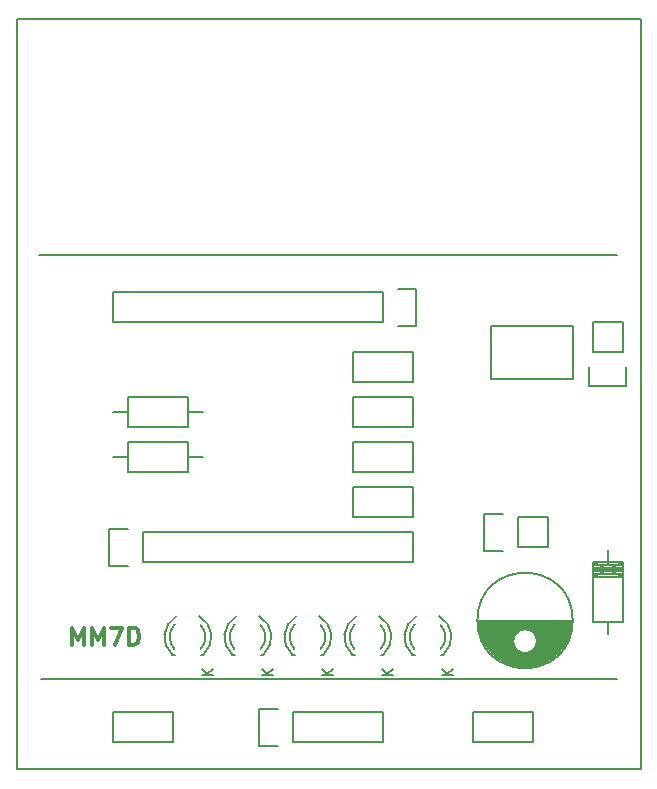
<source format=gbr>
G04 #@! TF.GenerationSoftware,KiCad,Pcbnew,5.1.5+dfsg1-2build2*
G04 #@! TF.CreationDate,2024-03-17T19:22:37+01:00*
G04 #@! TF.ProjectId,mm7d,6d6d3764-2e6b-4696-9361-645f70636258,231006*
G04 #@! TF.SameCoordinates,Original*
G04 #@! TF.FileFunction,Legend,Top*
G04 #@! TF.FilePolarity,Positive*
%FSLAX46Y46*%
G04 Gerber Fmt 4.6, Leading zero omitted, Abs format (unit mm)*
G04 Created by KiCad (PCBNEW 5.1.5+dfsg1-2build2) date 2024-03-17 19:22:37*
%MOMM*%
%LPD*%
G04 APERTURE LIST*
%ADD10C,0.300000*%
%ADD11C,0.150000*%
%ADD12C,0.200000*%
G04 APERTURE END LIST*
D10*
X128623571Y-120058571D02*
X128623571Y-118558571D01*
X129123571Y-119630000D01*
X129623571Y-118558571D01*
X129623571Y-120058571D01*
X130337857Y-120058571D02*
X130337857Y-118558571D01*
X130837857Y-119630000D01*
X131337857Y-118558571D01*
X131337857Y-120058571D01*
X131909285Y-118558571D02*
X132909285Y-118558571D01*
X132266428Y-120058571D01*
X133480714Y-120058571D02*
X133480714Y-118558571D01*
X133837857Y-118558571D01*
X134052142Y-118630000D01*
X134195000Y-118772857D01*
X134266428Y-118915714D01*
X134337857Y-119201428D01*
X134337857Y-119415714D01*
X134266428Y-119701428D01*
X134195000Y-119844285D01*
X134052142Y-119987142D01*
X133837857Y-120058571D01*
X133480714Y-120058571D01*
D11*
X123952000Y-67056000D02*
X123952000Y-130556000D01*
X176784000Y-67056000D02*
X123952000Y-67056000D01*
X176784000Y-130556000D02*
X176784000Y-67056000D01*
X123952000Y-130556000D02*
X176784000Y-130556000D01*
D12*
X125984000Y-122936000D02*
X174752000Y-122936000D01*
X174752000Y-86995000D02*
X125857000Y-86995000D01*
D11*
X157480000Y-97790000D02*
X152400000Y-97790000D01*
X152400000Y-97790000D02*
X152400000Y-95250000D01*
X152400000Y-95250000D02*
X157480000Y-95250000D01*
X157480000Y-95250000D02*
X157480000Y-97790000D01*
X152400000Y-99060000D02*
X157480000Y-99060000D01*
X157480000Y-99060000D02*
X157480000Y-101600000D01*
X157480000Y-101600000D02*
X152400000Y-101600000D01*
X152400000Y-101600000D02*
X152400000Y-99060000D01*
X152400000Y-106680000D02*
X157480000Y-106680000D01*
X157480000Y-106680000D02*
X157480000Y-109220000D01*
X157480000Y-109220000D02*
X152400000Y-109220000D01*
X152400000Y-109220000D02*
X152400000Y-106680000D01*
X152400000Y-102870000D02*
X157480000Y-102870000D01*
X157480000Y-102870000D02*
X157480000Y-105410000D01*
X157480000Y-105410000D02*
X152400000Y-105410000D01*
X152400000Y-105410000D02*
X152400000Y-102870000D01*
X132080000Y-125730000D02*
X137160000Y-125730000D01*
X137160000Y-125730000D02*
X137160000Y-128270000D01*
X137160000Y-128270000D02*
X132080000Y-128270000D01*
X132080000Y-128270000D02*
X132080000Y-125730000D01*
X133350000Y-99060000D02*
X138430000Y-99060000D01*
X138430000Y-99060000D02*
X138430000Y-101600000D01*
X138430000Y-101600000D02*
X133350000Y-101600000D01*
X133350000Y-101600000D02*
X133350000Y-99060000D01*
X133350000Y-100330000D02*
X132080000Y-100330000D01*
X138430000Y-100330000D02*
X139700000Y-100330000D01*
X133350000Y-102870000D02*
X138430000Y-102870000D01*
X138430000Y-102870000D02*
X138430000Y-105410000D01*
X138430000Y-105410000D02*
X133350000Y-105410000D01*
X133350000Y-105410000D02*
X133350000Y-102870000D01*
X133350000Y-104140000D02*
X132080000Y-104140000D01*
X138430000Y-104140000D02*
X139700000Y-104140000D01*
X139744000Y-120849000D02*
X139544000Y-120849000D01*
X137150000Y-120849000D02*
X137330000Y-120849000D01*
X137460357Y-117621256D02*
G75*
G03X137144000Y-120849000I1003643J-1727744D01*
G01*
X137330932Y-118296994D02*
G75*
G03X137330000Y-120400000I1133068J-1052006D01*
G01*
X139770726Y-120836220D02*
G75*
G03X139424000Y-117599000I-1306726J1497220D01*
G01*
X139543253Y-120362889D02*
G75*
G03X139524000Y-118315000I-1079253J1013889D01*
G01*
X144824000Y-120849000D02*
X144624000Y-120849000D01*
X142230000Y-120849000D02*
X142410000Y-120849000D01*
X142540357Y-117621256D02*
G75*
G03X142224000Y-120849000I1003643J-1727744D01*
G01*
X142410932Y-118296994D02*
G75*
G03X142410000Y-120400000I1133068J-1052006D01*
G01*
X144850726Y-120836220D02*
G75*
G03X144504000Y-117599000I-1306726J1497220D01*
G01*
X144623253Y-120362889D02*
G75*
G03X144604000Y-118315000I-1079253J1013889D01*
G01*
X149904000Y-120849000D02*
X149704000Y-120849000D01*
X147310000Y-120849000D02*
X147490000Y-120849000D01*
X147620357Y-117621256D02*
G75*
G03X147304000Y-120849000I1003643J-1727744D01*
G01*
X147490932Y-118296994D02*
G75*
G03X147490000Y-120400000I1133068J-1052006D01*
G01*
X149930726Y-120836220D02*
G75*
G03X149584000Y-117599000I-1306726J1497220D01*
G01*
X149703253Y-120362889D02*
G75*
G03X149684000Y-118315000I-1079253J1013889D01*
G01*
X154984000Y-120849000D02*
X154784000Y-120849000D01*
X152390000Y-120849000D02*
X152570000Y-120849000D01*
X152700357Y-117621256D02*
G75*
G03X152384000Y-120849000I1003643J-1727744D01*
G01*
X152570932Y-118296994D02*
G75*
G03X152570000Y-120400000I1133068J-1052006D01*
G01*
X155010726Y-120836220D02*
G75*
G03X154664000Y-117599000I-1306726J1497220D01*
G01*
X154783253Y-120362889D02*
G75*
G03X154764000Y-118315000I-1079253J1013889D01*
G01*
X160064000Y-120849000D02*
X159864000Y-120849000D01*
X157470000Y-120849000D02*
X157650000Y-120849000D01*
X157780357Y-117621256D02*
G75*
G03X157464000Y-120849000I1003643J-1727744D01*
G01*
X157650932Y-118296994D02*
G75*
G03X157650000Y-120400000I1133068J-1052006D01*
G01*
X160090726Y-120836220D02*
G75*
G03X159744000Y-117599000I-1306726J1497220D01*
G01*
X159863253Y-120362889D02*
G75*
G03X159844000Y-118315000I-1079253J1013889D01*
G01*
X147320000Y-125730000D02*
X154940000Y-125730000D01*
X147320000Y-128270000D02*
X154940000Y-128270000D01*
X144500000Y-128550000D02*
X146050000Y-128550000D01*
X154940000Y-125730000D02*
X154940000Y-128270000D01*
X147320000Y-128270000D02*
X147320000Y-125730000D01*
X146050000Y-125450000D02*
X144500000Y-125450000D01*
X144500000Y-125450000D02*
X144500000Y-128550000D01*
X134620000Y-113030000D02*
X157480000Y-113030000D01*
X157480000Y-113030000D02*
X157480000Y-110490000D01*
X157480000Y-110490000D02*
X134620000Y-110490000D01*
X131800000Y-113310000D02*
X133350000Y-113310000D01*
X134620000Y-113030000D02*
X134620000Y-110490000D01*
X133350000Y-110210000D02*
X131800000Y-110210000D01*
X131800000Y-110210000D02*
X131800000Y-113310000D01*
X154940000Y-90170000D02*
X132080000Y-90170000D01*
X132080000Y-90170000D02*
X132080000Y-92710000D01*
X132080000Y-92710000D02*
X154940000Y-92710000D01*
X157760000Y-89890000D02*
X156210000Y-89890000D01*
X154940000Y-90170000D02*
X154940000Y-92710000D01*
X156210000Y-92990000D02*
X157760000Y-92990000D01*
X157760000Y-92990000D02*
X157760000Y-89890000D01*
X164100000Y-93000000D02*
X171100000Y-93000000D01*
X171100000Y-93000000D02*
X171100000Y-97500000D01*
X171100000Y-97500000D02*
X164100000Y-97500000D01*
X164100000Y-97500000D02*
X164100000Y-93000000D01*
X163550000Y-112040000D02*
X165100000Y-112040000D01*
X168910000Y-111760000D02*
X166370000Y-111760000D01*
X166370000Y-111760000D02*
X166370000Y-109220000D01*
X165100000Y-108940000D02*
X163550000Y-108940000D01*
X163550000Y-108940000D02*
X163550000Y-112040000D01*
X166370000Y-109220000D02*
X168910000Y-109220000D01*
X168910000Y-109220000D02*
X168910000Y-111760000D01*
X175540000Y-98070000D02*
X175540000Y-96520000D01*
X175260000Y-92710000D02*
X175260000Y-95250000D01*
X175260000Y-95250000D02*
X172720000Y-95250000D01*
X172440000Y-96520000D02*
X172440000Y-98070000D01*
X172440000Y-98070000D02*
X175540000Y-98070000D01*
X172720000Y-95250000D02*
X172720000Y-92710000D01*
X172720000Y-92710000D02*
X175260000Y-92710000D01*
X171004000Y-118030000D02*
X163006000Y-118030000D01*
X170999000Y-118170000D02*
X163011000Y-118170000D01*
X170989000Y-118310000D02*
X163021000Y-118310000D01*
X170974000Y-118450000D02*
X163036000Y-118450000D01*
X170954000Y-118590000D02*
X163056000Y-118590000D01*
X170929000Y-118730000D02*
X167227000Y-118730000D01*
X166783000Y-118730000D02*
X163081000Y-118730000D01*
X170899000Y-118870000D02*
X167555000Y-118870000D01*
X166455000Y-118870000D02*
X163111000Y-118870000D01*
X170863000Y-119010000D02*
X167724000Y-119010000D01*
X166286000Y-119010000D02*
X163147000Y-119010000D01*
X170822000Y-119150000D02*
X167837000Y-119150000D01*
X166173000Y-119150000D02*
X163188000Y-119150000D01*
X170776000Y-119290000D02*
X167915000Y-119290000D01*
X166095000Y-119290000D02*
X163234000Y-119290000D01*
X170723000Y-119430000D02*
X167966000Y-119430000D01*
X166044000Y-119430000D02*
X163287000Y-119430000D01*
X170664000Y-119570000D02*
X167996000Y-119570000D01*
X166014000Y-119570000D02*
X163346000Y-119570000D01*
X170599000Y-119710000D02*
X168005000Y-119710000D01*
X166005000Y-119710000D02*
X163411000Y-119710000D01*
X170528000Y-119850000D02*
X167994000Y-119850000D01*
X166016000Y-119850000D02*
X163482000Y-119850000D01*
X170449000Y-119990000D02*
X167964000Y-119990000D01*
X166046000Y-119990000D02*
X163561000Y-119990000D01*
X170362000Y-120130000D02*
X167910000Y-120130000D01*
X166100000Y-120130000D02*
X163648000Y-120130000D01*
X170267000Y-120270000D02*
X167830000Y-120270000D01*
X166180000Y-120270000D02*
X163743000Y-120270000D01*
X170163000Y-120410000D02*
X167714000Y-120410000D01*
X166296000Y-120410000D02*
X163847000Y-120410000D01*
X170049000Y-120550000D02*
X167540000Y-120550000D01*
X166470000Y-120550000D02*
X163961000Y-120550000D01*
X169924000Y-120690000D02*
X167178000Y-120690000D01*
X166832000Y-120690000D02*
X164086000Y-120690000D01*
X169786000Y-120830000D02*
X164224000Y-120830000D01*
X169634000Y-120970000D02*
X164376000Y-120970000D01*
X169464000Y-121110000D02*
X164546000Y-121110000D01*
X169273000Y-121250000D02*
X164737000Y-121250000D01*
X169055000Y-121390000D02*
X164955000Y-121390000D01*
X168799000Y-121530000D02*
X165211000Y-121530000D01*
X168488000Y-121670000D02*
X165522000Y-121670000D01*
X168072000Y-121810000D02*
X165938000Y-121810000D01*
X167205000Y-121950000D02*
X166805000Y-121950000D01*
X168005000Y-119705000D02*
G75*
G03X168005000Y-119705000I-1000000J0D01*
G01*
X171042500Y-117955000D02*
G75*
G03X171042500Y-117955000I-4037500J0D01*
G01*
X167640000Y-128270000D02*
X162560000Y-128270000D01*
X162560000Y-128270000D02*
X162560000Y-125730000D01*
X162560000Y-125730000D02*
X167640000Y-125730000D01*
X167640000Y-125730000D02*
X167640000Y-128270000D01*
X173992540Y-118110000D02*
X173992540Y-119126000D01*
X173992540Y-113284000D02*
X173992540Y-112014000D01*
X175262540Y-113538000D02*
X172722540Y-113538000D01*
X175262540Y-113792000D02*
X172722540Y-113792000D01*
X175262540Y-114046000D02*
X172722540Y-114046000D01*
X175262540Y-113284000D02*
X172722540Y-113284000D01*
X175262540Y-114300000D02*
X172722540Y-113030000D01*
X175262540Y-113030000D02*
X172722540Y-114300000D01*
X175262540Y-114300000D02*
X172722540Y-114300000D01*
X175262540Y-113665000D02*
X172722540Y-113665000D01*
X172722540Y-113030000D02*
X175262540Y-113030000D01*
X175262540Y-113030000D02*
X175262540Y-118110000D01*
X175262540Y-118110000D02*
X172722540Y-118110000D01*
X172722540Y-118110000D02*
X172722540Y-113030000D01*
X140622380Y-122601904D02*
X139622380Y-122601904D01*
X140622380Y-122030476D02*
X140050952Y-122459047D01*
X139622380Y-122030476D02*
X140193809Y-122601904D01*
X145702380Y-122601904D02*
X144702380Y-122601904D01*
X145702380Y-122030476D02*
X145130952Y-122459047D01*
X144702380Y-122030476D02*
X145273809Y-122601904D01*
X150782380Y-122601904D02*
X149782380Y-122601904D01*
X150782380Y-122030476D02*
X150210952Y-122459047D01*
X149782380Y-122030476D02*
X150353809Y-122601904D01*
X155862380Y-122601904D02*
X154862380Y-122601904D01*
X155862380Y-122030476D02*
X155290952Y-122459047D01*
X154862380Y-122030476D02*
X155433809Y-122601904D01*
X160942380Y-122601904D02*
X159942380Y-122601904D01*
X160942380Y-122030476D02*
X160370952Y-122459047D01*
X159942380Y-122030476D02*
X160513809Y-122601904D01*
M02*

</source>
